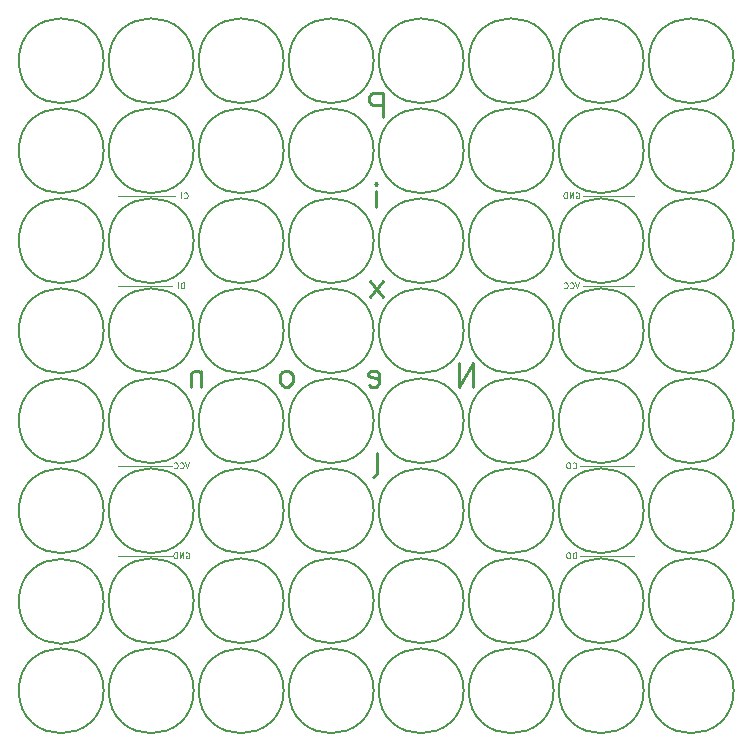
<source format=gbr>
G04 #@! TF.GenerationSoftware,KiCad,Pcbnew,(5.1.4)-1*
G04 #@! TF.CreationDate,2020-05-19T09:12:06+02:00*
G04 #@! TF.ProjectId,neonpixelmatrix,6e656f6e-7069-4786-956c-6d6174726978,rev?*
G04 #@! TF.SameCoordinates,Original*
G04 #@! TF.FileFunction,Legend,Bot*
G04 #@! TF.FilePolarity,Positive*
%FSLAX46Y46*%
G04 Gerber Fmt 4.6, Leading zero omitted, Abs format (unit mm)*
G04 Created by KiCad (PCBNEW (5.1.4)-1) date 2020-05-19 09:12:06*
%MOMM*%
%LPD*%
G04 APERTURE LIST*
%ADD10C,0.254000*%
%ADD11C,0.120000*%
%ADD12C,0.101600*%
%ADD13C,0.150000*%
G04 APERTURE END LIST*
D10*
X141550571Y-45369238D02*
X141550571Y-43337238D01*
X140389428Y-45369238D01*
X140389428Y-43337238D01*
X133350000Y-30129238D02*
X133350000Y-28774571D01*
X133350000Y-28097238D02*
X133446761Y-28194000D01*
X133350000Y-28290761D01*
X133253238Y-28194000D01*
X133350000Y-28097238D01*
X133350000Y-28290761D01*
X133108095Y-52989238D02*
X133301619Y-52892476D01*
X133398380Y-52698952D01*
X133398380Y-50957238D01*
X125875142Y-45369238D02*
X126068666Y-45272476D01*
X126165428Y-45175714D01*
X126262190Y-44982190D01*
X126262190Y-44401619D01*
X126165428Y-44208095D01*
X126068666Y-44111333D01*
X125875142Y-44014571D01*
X125584857Y-44014571D01*
X125391333Y-44111333D01*
X125294571Y-44208095D01*
X125197809Y-44401619D01*
X125197809Y-44982190D01*
X125294571Y-45175714D01*
X125391333Y-45272476D01*
X125584857Y-45369238D01*
X125875142Y-45369238D01*
X118545428Y-44014571D02*
X118545428Y-45369238D01*
X118545428Y-44208095D02*
X118448666Y-44111333D01*
X118255142Y-44014571D01*
X117964857Y-44014571D01*
X117771333Y-44111333D01*
X117674571Y-44304857D01*
X117674571Y-45369238D01*
X132708952Y-45272476D02*
X132902476Y-45369238D01*
X133289523Y-45369238D01*
X133483047Y-45272476D01*
X133579809Y-45078952D01*
X133579809Y-44304857D01*
X133483047Y-44111333D01*
X133289523Y-44014571D01*
X132902476Y-44014571D01*
X132708952Y-44111333D01*
X132612190Y-44304857D01*
X132612190Y-44498380D01*
X133579809Y-44691904D01*
X133882190Y-22509238D02*
X133882190Y-20477238D01*
X133108095Y-20477238D01*
X132914571Y-20574000D01*
X132817809Y-20670761D01*
X132721047Y-20864285D01*
X132721047Y-21154571D01*
X132817809Y-21348095D01*
X132914571Y-21444857D01*
X133108095Y-21541619D01*
X133882190Y-21541619D01*
X133882190Y-37749238D02*
X132817809Y-36394571D01*
X133882190Y-36394571D02*
X132817809Y-37749238D01*
D11*
X111506000Y-29210000D02*
X116332000Y-29210000D01*
X155194000Y-29210000D02*
X150876000Y-29210000D01*
X155194000Y-36830000D02*
X150876000Y-36830000D01*
X155194000Y-52070000D02*
X150622000Y-52070000D01*
X155194000Y-59690000D02*
X150622000Y-59690000D01*
X111506000Y-59690000D02*
X116078000Y-59690000D01*
X111506000Y-52070000D02*
X116078000Y-52070000D01*
X111506000Y-36830000D02*
X116078000Y-36830000D01*
D12*
X117517333Y-51791809D02*
X117348000Y-52299809D01*
X117178666Y-51791809D01*
X116719047Y-52251428D02*
X116743238Y-52275619D01*
X116815809Y-52299809D01*
X116864190Y-52299809D01*
X116936761Y-52275619D01*
X116985142Y-52227238D01*
X117009333Y-52178857D01*
X117033523Y-52082095D01*
X117033523Y-52009523D01*
X117009333Y-51912761D01*
X116985142Y-51864380D01*
X116936761Y-51816000D01*
X116864190Y-51791809D01*
X116815809Y-51791809D01*
X116743238Y-51816000D01*
X116719047Y-51840190D01*
X116211047Y-52251428D02*
X116235238Y-52275619D01*
X116307809Y-52299809D01*
X116356190Y-52299809D01*
X116428761Y-52275619D01*
X116477142Y-52227238D01*
X116501333Y-52178857D01*
X116525523Y-52082095D01*
X116525523Y-52009523D01*
X116501333Y-51912761D01*
X116477142Y-51864380D01*
X116428761Y-51816000D01*
X116356190Y-51791809D01*
X116307809Y-51791809D01*
X116235238Y-51816000D01*
X116211047Y-51840190D01*
X117227047Y-59436000D02*
X117275428Y-59411809D01*
X117348000Y-59411809D01*
X117420571Y-59436000D01*
X117468952Y-59484380D01*
X117493142Y-59532761D01*
X117517333Y-59629523D01*
X117517333Y-59702095D01*
X117493142Y-59798857D01*
X117468952Y-59847238D01*
X117420571Y-59895619D01*
X117348000Y-59919809D01*
X117299619Y-59919809D01*
X117227047Y-59895619D01*
X117202857Y-59871428D01*
X117202857Y-59702095D01*
X117299619Y-59702095D01*
X116985142Y-59919809D02*
X116985142Y-59411809D01*
X116694857Y-59919809D01*
X116694857Y-59411809D01*
X116452952Y-59919809D02*
X116452952Y-59411809D01*
X116332000Y-59411809D01*
X116259428Y-59436000D01*
X116211047Y-59484380D01*
X116186857Y-59532761D01*
X116162666Y-59629523D01*
X116162666Y-59702095D01*
X116186857Y-59798857D01*
X116211047Y-59847238D01*
X116259428Y-59895619D01*
X116332000Y-59919809D01*
X116452952Y-59919809D01*
X117094000Y-37059809D02*
X117094000Y-36551809D01*
X116973047Y-36551809D01*
X116900476Y-36576000D01*
X116852095Y-36624380D01*
X116827904Y-36672761D01*
X116803714Y-36769523D01*
X116803714Y-36842095D01*
X116827904Y-36938857D01*
X116852095Y-36987238D01*
X116900476Y-37035619D01*
X116973047Y-37059809D01*
X117094000Y-37059809D01*
X116586000Y-37059809D02*
X116586000Y-36551809D01*
X117057714Y-29391428D02*
X117081904Y-29415619D01*
X117154476Y-29439809D01*
X117202857Y-29439809D01*
X117275428Y-29415619D01*
X117323809Y-29367238D01*
X117348000Y-29318857D01*
X117372190Y-29222095D01*
X117372190Y-29149523D01*
X117348000Y-29052761D01*
X117323809Y-29004380D01*
X117275428Y-28956000D01*
X117202857Y-28931809D01*
X117154476Y-28931809D01*
X117081904Y-28956000D01*
X117057714Y-28980190D01*
X116840000Y-29439809D02*
X116840000Y-28931809D01*
X149968857Y-52251428D02*
X149993047Y-52275619D01*
X150065619Y-52299809D01*
X150114000Y-52299809D01*
X150186571Y-52275619D01*
X150234952Y-52227238D01*
X150259142Y-52178857D01*
X150283333Y-52082095D01*
X150283333Y-52009523D01*
X150259142Y-51912761D01*
X150234952Y-51864380D01*
X150186571Y-51816000D01*
X150114000Y-51791809D01*
X150065619Y-51791809D01*
X149993047Y-51816000D01*
X149968857Y-51840190D01*
X149654380Y-51791809D02*
X149557619Y-51791809D01*
X149509238Y-51816000D01*
X149460857Y-51864380D01*
X149436666Y-51961142D01*
X149436666Y-52130476D01*
X149460857Y-52227238D01*
X149509238Y-52275619D01*
X149557619Y-52299809D01*
X149654380Y-52299809D01*
X149702761Y-52275619D01*
X149751142Y-52227238D01*
X149775333Y-52130476D01*
X149775333Y-51961142D01*
X149751142Y-51864380D01*
X149702761Y-51816000D01*
X149654380Y-51791809D01*
X150259142Y-59919809D02*
X150259142Y-59411809D01*
X150138190Y-59411809D01*
X150065619Y-59436000D01*
X150017238Y-59484380D01*
X149993047Y-59532761D01*
X149968857Y-59629523D01*
X149968857Y-59702095D01*
X149993047Y-59798857D01*
X150017238Y-59847238D01*
X150065619Y-59895619D01*
X150138190Y-59919809D01*
X150259142Y-59919809D01*
X149654380Y-59411809D02*
X149557619Y-59411809D01*
X149509238Y-59436000D01*
X149460857Y-59484380D01*
X149436666Y-59581142D01*
X149436666Y-59750476D01*
X149460857Y-59847238D01*
X149509238Y-59895619D01*
X149557619Y-59919809D01*
X149654380Y-59919809D01*
X149702761Y-59895619D01*
X149751142Y-59847238D01*
X149775333Y-59750476D01*
X149775333Y-59581142D01*
X149751142Y-59484380D01*
X149702761Y-59436000D01*
X149654380Y-59411809D01*
X150537333Y-36551809D02*
X150368000Y-37059809D01*
X150198666Y-36551809D01*
X149739047Y-37011428D02*
X149763238Y-37035619D01*
X149835809Y-37059809D01*
X149884190Y-37059809D01*
X149956761Y-37035619D01*
X150005142Y-36987238D01*
X150029333Y-36938857D01*
X150053523Y-36842095D01*
X150053523Y-36769523D01*
X150029333Y-36672761D01*
X150005142Y-36624380D01*
X149956761Y-36576000D01*
X149884190Y-36551809D01*
X149835809Y-36551809D01*
X149763238Y-36576000D01*
X149739047Y-36600190D01*
X149231047Y-37011428D02*
X149255238Y-37035619D01*
X149327809Y-37059809D01*
X149376190Y-37059809D01*
X149448761Y-37035619D01*
X149497142Y-36987238D01*
X149521333Y-36938857D01*
X149545523Y-36842095D01*
X149545523Y-36769523D01*
X149521333Y-36672761D01*
X149497142Y-36624380D01*
X149448761Y-36576000D01*
X149376190Y-36551809D01*
X149327809Y-36551809D01*
X149255238Y-36576000D01*
X149231047Y-36600190D01*
X150247047Y-28956000D02*
X150295428Y-28931809D01*
X150368000Y-28931809D01*
X150440571Y-28956000D01*
X150488952Y-29004380D01*
X150513142Y-29052761D01*
X150537333Y-29149523D01*
X150537333Y-29222095D01*
X150513142Y-29318857D01*
X150488952Y-29367238D01*
X150440571Y-29415619D01*
X150368000Y-29439809D01*
X150319619Y-29439809D01*
X150247047Y-29415619D01*
X150222857Y-29391428D01*
X150222857Y-29222095D01*
X150319619Y-29222095D01*
X150005142Y-29439809D02*
X150005142Y-28931809D01*
X149714857Y-29439809D01*
X149714857Y-28931809D01*
X149472952Y-29439809D02*
X149472952Y-28931809D01*
X149352000Y-28931809D01*
X149279428Y-28956000D01*
X149231047Y-29004380D01*
X149206857Y-29052761D01*
X149182666Y-29149523D01*
X149182666Y-29222095D01*
X149206857Y-29318857D01*
X149231047Y-29367238D01*
X149279428Y-29415619D01*
X149352000Y-29439809D01*
X149472952Y-29439809D01*
D13*
X133132102Y-40640000D02*
G75*
G03X133132102Y-40640000I-3592102J0D01*
G01*
X163612102Y-71120000D02*
G75*
G03X163612102Y-71120000I-3592102J0D01*
G01*
X155992102Y-71120000D02*
G75*
G03X155992102Y-71120000I-3592102J0D01*
G01*
X148372102Y-71120000D02*
G75*
G03X148372102Y-71120000I-3592102J0D01*
G01*
X140752102Y-71120000D02*
G75*
G03X140752102Y-71120000I-3592102J0D01*
G01*
X133132102Y-71120000D02*
G75*
G03X133132102Y-71120000I-3592102J0D01*
G01*
X125512102Y-71120000D02*
G75*
G03X125512102Y-71120000I-3592102J0D01*
G01*
X117892102Y-71120000D02*
G75*
G03X117892102Y-71120000I-3592102J0D01*
G01*
X110272102Y-71120000D02*
G75*
G03X110272102Y-71120000I-3592102J0D01*
G01*
X163612102Y-63500000D02*
G75*
G03X163612102Y-63500000I-3592102J0D01*
G01*
X155992102Y-63500000D02*
G75*
G03X155992102Y-63500000I-3592102J0D01*
G01*
X148372102Y-63500000D02*
G75*
G03X148372102Y-63500000I-3592102J0D01*
G01*
X140752102Y-63500000D02*
G75*
G03X140752102Y-63500000I-3592102J0D01*
G01*
X133132102Y-63500000D02*
G75*
G03X133132102Y-63500000I-3592102J0D01*
G01*
X125512102Y-63500000D02*
G75*
G03X125512102Y-63500000I-3592102J0D01*
G01*
X117892102Y-63500000D02*
G75*
G03X117892102Y-63500000I-3592102J0D01*
G01*
X110272102Y-63552102D02*
G75*
G03X110272102Y-63552102I-3592102J0D01*
G01*
X163612102Y-55880000D02*
G75*
G03X163612102Y-55880000I-3592102J0D01*
G01*
X155992102Y-55880000D02*
G75*
G03X155992102Y-55880000I-3592102J0D01*
G01*
X148372102Y-55880000D02*
G75*
G03X148372102Y-55880000I-3592102J0D01*
G01*
X140752102Y-55880000D02*
G75*
G03X140752102Y-55880000I-3592102J0D01*
G01*
X133132102Y-55880000D02*
G75*
G03X133132102Y-55880000I-3592102J0D01*
G01*
X125512102Y-55880000D02*
G75*
G03X125512102Y-55880000I-3592102J0D01*
G01*
X117892102Y-55880000D02*
G75*
G03X117892102Y-55880000I-3592102J0D01*
G01*
X110272102Y-55880000D02*
G75*
G03X110272102Y-55880000I-3592102J0D01*
G01*
X163612102Y-48260000D02*
G75*
G03X163612102Y-48260000I-3592102J0D01*
G01*
X155992102Y-48260000D02*
G75*
G03X155992102Y-48260000I-3592102J0D01*
G01*
X148372102Y-48260000D02*
G75*
G03X148372102Y-48260000I-3592102J0D01*
G01*
X140752102Y-48260000D02*
G75*
G03X140752102Y-48260000I-3592102J0D01*
G01*
X133132102Y-48260000D02*
G75*
G03X133132102Y-48260000I-3592102J0D01*
G01*
X125512102Y-48260000D02*
G75*
G03X125512102Y-48260000I-3592102J0D01*
G01*
X117892102Y-48260000D02*
G75*
G03X117892102Y-48260000I-3592102J0D01*
G01*
X110272102Y-48260000D02*
G75*
G03X110272102Y-48260000I-3592102J0D01*
G01*
X163612102Y-40640000D02*
G75*
G03X163612102Y-40640000I-3592102J0D01*
G01*
X155992102Y-40640000D02*
G75*
G03X155992102Y-40640000I-3592102J0D01*
G01*
X148372102Y-40640000D02*
G75*
G03X148372102Y-40640000I-3592102J0D01*
G01*
X140752102Y-40640000D02*
G75*
G03X140752102Y-40640000I-3592102J0D01*
G01*
X125512102Y-40640000D02*
G75*
G03X125512102Y-40640000I-3592102J0D01*
G01*
X117892102Y-40640000D02*
G75*
G03X117892102Y-40640000I-3592102J0D01*
G01*
X110272102Y-40640000D02*
G75*
G03X110272102Y-40640000I-3592102J0D01*
G01*
X163612102Y-33020000D02*
G75*
G03X163612102Y-33020000I-3592102J0D01*
G01*
X155992102Y-33020000D02*
G75*
G03X155992102Y-33020000I-3592102J0D01*
G01*
X148372102Y-33020000D02*
G75*
G03X148372102Y-33020000I-3592102J0D01*
G01*
X140752102Y-33020000D02*
G75*
G03X140752102Y-33020000I-3592102J0D01*
G01*
X133132102Y-33020000D02*
G75*
G03X133132102Y-33020000I-3592102J0D01*
G01*
X125512102Y-33020000D02*
G75*
G03X125512102Y-33020000I-3592102J0D01*
G01*
X117892102Y-33020000D02*
G75*
G03X117892102Y-33020000I-3592102J0D01*
G01*
X110272102Y-33020000D02*
G75*
G03X110272102Y-33020000I-3592102J0D01*
G01*
X163612102Y-25400000D02*
G75*
G03X163612102Y-25400000I-3592102J0D01*
G01*
X155992102Y-25400000D02*
G75*
G03X155992102Y-25400000I-3592102J0D01*
G01*
X148372102Y-25400000D02*
G75*
G03X148372102Y-25400000I-3592102J0D01*
G01*
X140752102Y-25400000D02*
G75*
G03X140752102Y-25400000I-3592102J0D01*
G01*
X133132102Y-25400000D02*
G75*
G03X133132102Y-25400000I-3592102J0D01*
G01*
X125512102Y-25400000D02*
G75*
G03X125512102Y-25400000I-3592102J0D01*
G01*
X117892102Y-25400000D02*
G75*
G03X117892102Y-25400000I-3592102J0D01*
G01*
X110272102Y-25400000D02*
G75*
G03X110272102Y-25400000I-3592102J0D01*
G01*
X163612102Y-17780000D02*
G75*
G03X163612102Y-17780000I-3592102J0D01*
G01*
X155992102Y-17780000D02*
G75*
G03X155992102Y-17780000I-3592102J0D01*
G01*
X148372102Y-17780000D02*
G75*
G03X148372102Y-17780000I-3592102J0D01*
G01*
X140752102Y-17780000D02*
G75*
G03X140752102Y-17780000I-3592102J0D01*
G01*
X133132102Y-17780000D02*
G75*
G03X133132102Y-17780000I-3592102J0D01*
G01*
X125512102Y-17780000D02*
G75*
G03X125512102Y-17780000I-3592102J0D01*
G01*
X117892102Y-17780000D02*
G75*
G03X117892102Y-17780000I-3592102J0D01*
G01*
X110272102Y-17780000D02*
G75*
G03X110272102Y-17780000I-3592102J0D01*
G01*
M02*

</source>
